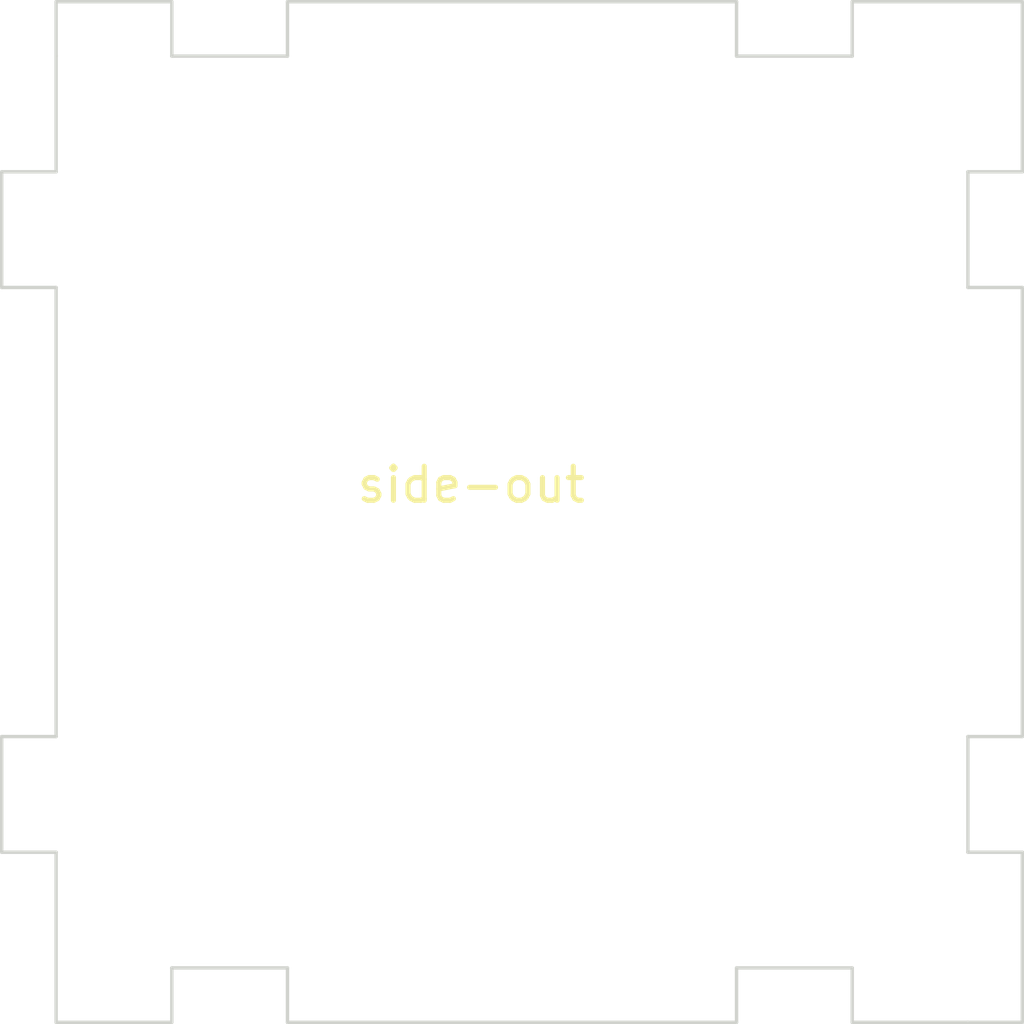
<source format=kicad_pcb>
(kicad_pcb (version 20171130) (host pcbnew 5.1.10)

  (general
    (thickness 1.6)
    (drawings 43)
    (tracks 0)
    (zones 0)
    (modules 0)
    (nets 1)
  )

  (page A4)
  (layers
    (0 F.Cu signal)
    (31 B.Cu signal)
    (32 B.Adhes user)
    (33 F.Adhes user)
    (34 B.Paste user)
    (35 F.Paste user)
    (36 B.SilkS user)
    (37 F.SilkS user)
    (38 B.Mask user)
    (39 F.Mask user)
    (40 Dwgs.User user)
    (41 Cmts.User user)
    (42 Eco1.User user)
    (43 Eco2.User user)
    (44 Edge.Cuts user)
    (45 Margin user)
    (46 B.CrtYd user)
    (47 F.CrtYd user)
    (48 B.Fab user)
    (49 F.Fab user)
  )

  (setup
    (last_trace_width 0.25)
    (trace_clearance 0.2)
    (zone_clearance 0.508)
    (zone_45_only no)
    (trace_min 0.2)
    (via_size 0.8)
    (via_drill 0.4)
    (via_min_size 0.4)
    (via_min_drill 0.3)
    (uvia_size 0.3)
    (uvia_drill 0.1)
    (uvias_allowed no)
    (uvia_min_size 0.2)
    (uvia_min_drill 0.1)
    (edge_width 0.1)
    (segment_width 0.2)
    (pcb_text_width 0.3)
    (pcb_text_size 1.5 1.5)
    (mod_edge_width 0.15)
    (mod_text_size 1 1)
    (mod_text_width 0.15)
    (pad_size 1.524 1.524)
    (pad_drill 0.762)
    (pad_to_mask_clearance 0)
    (aux_axis_origin 0 0)
    (visible_elements FFFFFF7F)
    (pcbplotparams
      (layerselection 0x010fc_ffffffff)
      (usegerberextensions false)
      (usegerberattributes true)
      (usegerberadvancedattributes true)
      (creategerberjobfile true)
      (excludeedgelayer true)
      (linewidth 0.100000)
      (plotframeref false)
      (viasonmask false)
      (mode 1)
      (useauxorigin false)
      (hpglpennumber 1)
      (hpglpenspeed 20)
      (hpglpendiameter 15.000000)
      (psnegative false)
      (psa4output false)
      (plotreference true)
      (plotvalue true)
      (plotinvisibletext false)
      (padsonsilk false)
      (subtractmaskfromsilk false)
      (outputformat 1)
      (mirror false)
      (drillshape 1)
      (scaleselection 1)
      (outputdirectory ""))
  )

  (net 0 "")

  (net_class Default "This is the default net class."
    (clearance 0.2)
    (trace_width 0.25)
    (via_dia 0.8)
    (via_drill 0.4)
    (uvia_dia 0.3)
    (uvia_drill 0.1)
  )

  (gr_line (start 90 70) (end 90 73.4) (layer Edge.Cuts) (width 0.1) (tstamp 60E186EC))
  (gr_line (start 90 53.4) (end 90 56.8) (layer Edge.Cuts) (width 0.1) (tstamp 60E186E5))
  (gr_line (start 90 56.8) (end 91.6 56.8) (layer Edge.Cuts) (width 0.1) (tstamp 60E186BE))
  (gr_line (start 91.6 70) (end 91.6 56.8) (layer Edge.Cuts) (width 0.1) (tstamp 60E186BD))
  (gr_line (start 91.6 53.4) (end 91.6 50) (layer Edge.Cuts) (width 0.1) (tstamp 60E186BC))
  (gr_line (start 90 70) (end 91.6 70) (layer Edge.Cuts) (width 0.1) (tstamp 60E186BB))
  (gr_line (start 91.6 53.4) (end 90 53.4) (layer Edge.Cuts) (width 0.1) (tstamp 60E186BA))
  (gr_line (start 90 73.4) (end 91.6 73.4) (layer Edge.Cuts) (width 0.1) (tstamp 60E186B9))
  (gr_line (start 118.4 50) (end 118.4 76.8) (layer Dwgs.User) (width 0.15))
  (gr_line (start 91.6 50) (end 91.6 48.4) (layer Edge.Cuts) (width 0.1) (tstamp 60E185B2))
  (gr_line (start 95 48.4) (end 91.6 48.4) (layer Edge.Cuts) (width 0.1) (tstamp 60E18586))
  (gr_line (start 111.6 48.4) (end 98.4 48.4) (layer Edge.Cuts) (width 0.1) (tstamp 60E18585))
  (gr_line (start 120 48.4) (end 115 48.4) (layer Edge.Cuts) (width 0.1) (tstamp 60E18584))
  (gr_line (start 98.4 50) (end 95 50) (layer Edge.Cuts) (width 0.1) (tstamp 60E18583))
  (gr_line (start 98.4 48.4) (end 98.4 50) (layer Edge.Cuts) (width 0.1) (tstamp 60E18582))
  (gr_line (start 91.6 50) (end 118.4 50) (layer Dwgs.User) (width 0.15) (tstamp 60E18581))
  (gr_line (start 95 50) (end 95 48.4) (layer Edge.Cuts) (width 0.1) (tstamp 60E1857E))
  (gr_line (start 111.6 50) (end 111.6 48.4) (layer Edge.Cuts) (width 0.1) (tstamp 60E1857D))
  (gr_line (start 115 48.4) (end 115 50) (layer Edge.Cuts) (width 0.1) (tstamp 60E1857C))
  (gr_line (start 115 50) (end 111.6 50) (layer Edge.Cuts) (width 0.1) (tstamp 60E1857B))
  (gr_text side-out (at 103.8 62.6) (layer F.SilkS)
    (effects (font (size 1 1) (thickness 0.15)))
  )
  (gr_line (start 98.4 78.4) (end 111.6 78.4) (layer Edge.Cuts) (width 0.1) (tstamp 604498E7))
  (gr_line (start 91.6 78.4) (end 95 78.4) (layer Edge.Cuts) (width 0.1) (tstamp 604498E6))
  (gr_line (start 115 78.4) (end 118.4 78.4) (layer Edge.Cuts) (width 0.1) (tstamp 604498E5))
  (gr_line (start 111.6 78.4) (end 111.6 76.8) (layer Edge.Cuts) (width 0.1) (tstamp 604498E4))
  (gr_line (start 111.6 76.8) (end 115 76.8) (layer Edge.Cuts) (width 0.1) (tstamp 604498E2))
  (gr_line (start 95 78.4) (end 95 76.8) (layer Edge.Cuts) (width 0.1) (tstamp 604498E1))
  (gr_line (start 95 76.8) (end 98.4 76.8) (layer Edge.Cuts) (width 0.1) (tstamp 604498E0))
  (gr_line (start 98.4 76.8) (end 98.4 78.4) (layer Edge.Cuts) (width 0.1) (tstamp 604498DF))
  (gr_line (start 115 76.8) (end 115 78.4) (layer Edge.Cuts) (width 0.1) (tstamp 604498DD))
  (gr_line (start 91.6 73.4) (end 91.6 78.4) (layer Edge.Cuts) (width 0.1) (tstamp 604498DC))
  (gr_line (start 120 78.4) (end 118.4 78.4) (layer Edge.Cuts) (width 0.1) (tstamp 6044977C))
  (gr_line (start 91.6 76.8) (end 91.6 50) (layer Dwgs.User) (width 0.15) (tstamp 60449891))
  (gr_line (start 118.4 76.8) (end 91.6 76.8) (layer Dwgs.User) (width 0.15))
  (gr_line (start 120 48.4) (end 120 53.4) (layer Edge.Cuts) (width 0.1) (tstamp 604497A8))
  (gr_line (start 120 53.4) (end 118.4 53.4) (layer Edge.Cuts) (width 0.1) (tstamp 604497A4))
  (gr_line (start 118.4 70) (end 118.4 73.4) (layer Edge.Cuts) (width 0.1) (tstamp 60449786))
  (gr_line (start 118.4 73.4) (end 120 73.4) (layer Edge.Cuts) (width 0.1) (tstamp 60449785))
  (gr_line (start 120 56.8) (end 118.4 56.8) (layer Edge.Cuts) (width 0.1) (tstamp 60449784))
  (gr_line (start 120 73.4) (end 120 78.4) (layer Edge.Cuts) (width 0.1) (tstamp 60449783))
  (gr_line (start 118.4 53.4) (end 118.4 56.8) (layer Edge.Cuts) (width 0.1) (tstamp 60449782))
  (gr_line (start 120 56.8) (end 120 70) (layer Edge.Cuts) (width 0.1) (tstamp 60449781))
  (gr_line (start 120 70) (end 118.4 70) (layer Edge.Cuts) (width 0.1) (tstamp 60449780))

)

</source>
